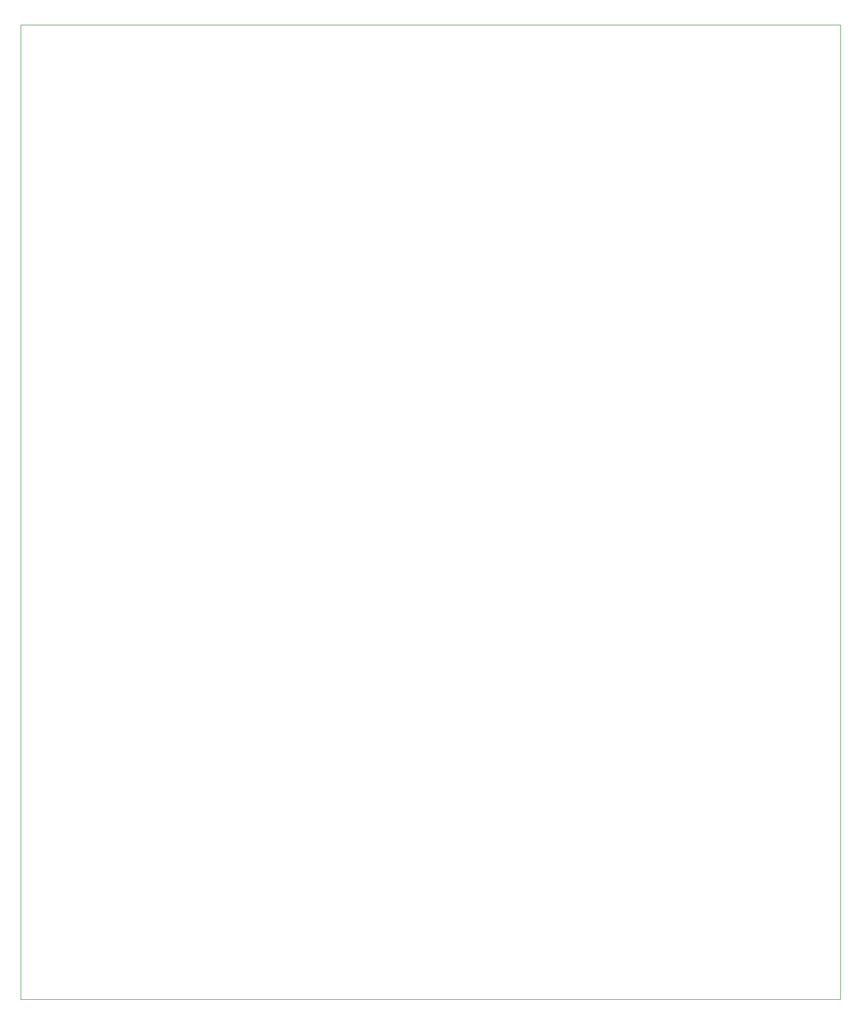
<source format=gbr>
%FSLAX34Y34*%
%MOMM*%
%LNOUTLINE*%
G71*
G01*
%ADD10C, 0.05*%
%LPD*%
G54D10*
X794Y-1599804D02*
X794Y-672D01*
X1346299Y-1069D01*
X1346299Y-1599804D01*
X794Y-1599804D01*
M02*

</source>
